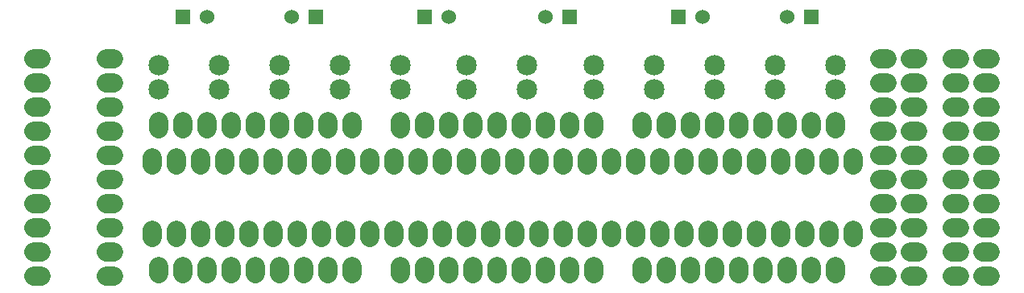
<source format=gbr>
G04 start of page 6 for group -4062 idx -4062 *
G04 Title: (unknown), soldermask *
G04 Creator: pcb 20100929 *
G04 CreationDate: Mon 21 Feb 2011 05:52:53 PM GMT UTC *
G04 For: vince *
G04 Format: Gerber/RS-274X *
G04 PCB-Dimensions: 480000 150000 *
G04 PCB-Coordinate-Origin: lower left *
%MOIN*%
%FSLAX25Y25*%
%LNBACKMASK*%
%ADD13C,0.0200*%
%ADD15C,0.0600*%
%ADD20C,0.0850*%
%ADD21C,0.0800*%
G54D20*X150000Y110000D03*
Y100000D03*
X175000Y110000D03*
Y100000D03*
G54D13*G36*
X162000Y133000D02*Y127000D01*
X168000D01*
Y133000D01*
X162000D01*
G37*
G54D15*X155000Y130000D03*
G54D20*X200000Y110000D03*
Y100000D03*
G54D21*X180000Y85000D03*
X200000D03*
X170000D03*
X160000D03*
X150000D03*
X140000D03*
X130000D03*
X120000D03*
G54D15*Y130000D03*
G54D21*X110000Y85000D03*
X100000D03*
G54D13*G36*
X107000Y133000D02*Y127000D01*
X113000D01*
Y133000D01*
X107000D01*
G37*
G54D21*X50000Y112500D03*
Y102500D03*
Y92500D03*
Y82500D03*
Y72500D03*
Y62500D03*
Y52500D03*
Y42500D03*
Y32500D03*
Y22500D03*
X80000Y52500D03*
Y62500D03*
Y72500D03*
Y82500D03*
Y92500D03*
Y22500D03*
Y32500D03*
Y42500D03*
X97500Y70000D03*
X107500D03*
X117500D03*
X127500D03*
X137500D03*
X147500D03*
X157500D03*
X167500D03*
X177500D03*
X187500D03*
G54D20*X100000Y110000D03*
Y100000D03*
X125000Y110000D03*
Y100000D03*
G54D21*X80000Y102500D03*
Y112500D03*
X100000Y25000D03*
X110000D03*
X120000D03*
X130000D03*
X140000D03*
X150000D03*
X160000D03*
X157500Y40000D03*
X147500D03*
X170000Y25000D03*
X167500Y40000D03*
X180000Y25000D03*
X187500Y40000D03*
X177500D03*
X200000Y25000D03*
X137500Y40000D03*
X127500D03*
X117500D03*
X107500D03*
X97500D03*
G54D20*X227500Y110000D03*
X252500D03*
X280000D03*
X227500Y100000D03*
X252500D03*
X280000D03*
X305000D03*
X330000D03*
X355000D03*
G54D13*G36*
X267000Y133000D02*Y127000D01*
X273000D01*
Y133000D01*
X267000D01*
G37*
G54D15*X260000Y130000D03*
G54D13*G36*
X207000Y133000D02*Y127000D01*
X213000D01*
Y133000D01*
X207000D01*
G37*
G54D15*X220000Y130000D03*
G54D21*X267500Y70000D03*
X277500D03*
X287500D03*
X280000Y85000D03*
X270000D03*
X260000D03*
X250000D03*
X240000D03*
X230000D03*
X220000D03*
X210000D03*
X350000D03*
X340000D03*
X330000D03*
X320000D03*
X310000D03*
X300000D03*
X247500Y40000D03*
X237500D03*
X227500D03*
X217500D03*
X207500D03*
X197500D03*
Y70000D03*
X207500D03*
X217500D03*
X210000Y25000D03*
X220000D03*
X230000D03*
X227500Y70000D03*
X237500D03*
X247500D03*
X257500D03*
X240000Y25000D03*
X250000D03*
X260000D03*
X270000D03*
X287500Y40000D03*
X297500D03*
X280000Y25000D03*
X300000D03*
X277500Y40000D03*
X267500D03*
X257500D03*
X430000Y22500D03*
X442500D03*
X412500D03*
X430000Y32500D03*
X442500D03*
X412500D03*
X400000Y72500D03*
Y62500D03*
Y52500D03*
Y42500D03*
Y32500D03*
Y22500D03*
G54D20*X305000Y110000D03*
X330000D03*
X355000D03*
X380000D03*
G54D13*G36*
X312000Y133000D02*Y127000D01*
X318000D01*
Y133000D01*
X312000D01*
G37*
G54D15*X325000Y130000D03*
G54D20*X380000Y100000D03*
G54D21*X400000Y102500D03*
G54D13*G36*
X367000Y133000D02*Y127000D01*
X373000D01*
Y133000D01*
X367000D01*
G37*
G54D15*X360000Y130000D03*
G54D21*X430000Y102500D03*
X412500D03*
X430000Y112500D03*
X400000D03*
X412500D03*
X442500D03*
Y102500D03*
X297500Y70000D03*
X307500D03*
X317500D03*
X327500D03*
X337500D03*
X347500D03*
X357500D03*
X367500D03*
X377500D03*
X387500D03*
X430000Y42500D03*
X442500D03*
X412500D03*
Y52500D03*
Y62500D03*
Y72500D03*
X430000Y52500D03*
Y62500D03*
Y72500D03*
X442500D03*
Y62500D03*
Y52500D03*
X430000Y82500D03*
Y92500D03*
X442500D03*
Y82500D03*
X400000Y92500D03*
Y82500D03*
X412500D03*
Y92500D03*
X380000Y85000D03*
X370000D03*
X360000D03*
X387500Y40000D03*
X377500D03*
X367500D03*
X357500D03*
X347500D03*
X337500D03*
X327500D03*
X317500D03*
X307500D03*
X310000Y25000D03*
X320000D03*
X330000D03*
X340000D03*
X350000D03*
X360000D03*
X370000D03*
X380000D03*
X48500Y112500D02*X51500D01*
X48500Y102500D02*X51500D01*
X48500Y92500D02*X51500D01*
X48500Y82500D02*X51500D01*
X48500Y72500D02*X51500D01*
X48500Y62500D02*X51500D01*
X48500Y52500D02*X51500D01*
X48500Y42500D02*X51500D01*
X48500Y32500D02*X51500D01*
X78500Y62500D02*X81500D01*
X78500Y72500D02*X81500D01*
X78500Y82500D02*X81500D01*
X78500Y92500D02*X81500D01*
X78500Y102500D02*X81500D01*
X78500Y112500D02*X81500D01*
X48500Y22500D02*X51500D01*
X78500Y32500D02*X81500D01*
X78500Y42500D02*X81500D01*
X78500Y52500D02*X81500D01*
X237500Y41500D02*Y38500D01*
X227500Y41500D02*Y38500D01*
X217500Y41500D02*Y38500D01*
X207500Y41500D02*Y38500D01*
X187500Y41500D02*Y38500D01*
X197500Y41500D02*Y38500D01*
Y71500D02*Y68500D01*
X207500Y71500D02*Y68500D01*
X217500Y71500D02*Y68500D01*
X227500Y71500D02*Y68500D01*
X237500Y71500D02*Y68500D01*
X247500Y71500D02*Y68500D01*
X187500Y71500D02*Y68500D01*
X257500Y71500D02*Y68500D01*
X260000Y86500D02*Y83500D01*
X250000Y86500D02*Y83500D01*
X240000Y86500D02*Y83500D01*
X230000Y86500D02*Y83500D01*
X220000Y86500D02*Y83500D01*
X210000Y86500D02*Y83500D01*
X200000Y86500D02*Y83500D01*
Y26500D02*Y23500D01*
X210000Y26500D02*Y23500D01*
X220000Y26500D02*Y23500D01*
X230000Y26500D02*Y23500D01*
X398500Y72500D02*X401500D01*
X398500Y62500D02*X401500D01*
X398500Y52500D02*X401500D01*
X398500Y42500D02*X401500D01*
X387500Y41500D02*Y38500D01*
X398500Y32500D02*X401500D01*
X398500Y22500D02*X401500D01*
X377500Y41500D02*Y38500D01*
X367500Y41500D02*Y38500D01*
X357500Y41500D02*Y38500D01*
X317500Y71500D02*Y68500D01*
X327500Y71500D02*Y68500D01*
X337500Y71500D02*Y68500D01*
X347500Y71500D02*Y68500D01*
X357500Y71500D02*Y68500D01*
X367500Y71500D02*Y68500D01*
X377500Y71500D02*Y68500D01*
X347500Y41500D02*Y38500D01*
X337500Y41500D02*Y38500D01*
X327500Y41500D02*Y38500D01*
X317500Y41500D02*Y38500D01*
X320000Y26500D02*Y23500D01*
X330000Y26500D02*Y23500D01*
X340000Y26500D02*Y23500D01*
X350000Y26500D02*Y23500D01*
X360000Y26500D02*Y23500D01*
X370000Y26500D02*Y23500D01*
X380000Y26500D02*Y23500D01*
X387500Y71500D02*Y68500D01*
X380000Y86500D02*Y83500D01*
X370000Y86500D02*Y83500D01*
X360000Y86500D02*Y83500D01*
X350000Y86500D02*Y83500D01*
X340000Y86500D02*Y83500D01*
X330000Y86500D02*Y83500D01*
X320000Y86500D02*Y83500D01*
X78500Y22500D02*X81500D01*
X100000Y26500D02*Y23500D01*
X110000Y26500D02*Y23500D01*
X120000Y26500D02*Y23500D01*
X180000Y86500D02*Y83500D01*
X170000Y86500D02*Y83500D01*
X160000Y86500D02*Y83500D01*
X150000Y86500D02*Y83500D01*
Y26500D02*Y23500D01*
X160000Y26500D02*Y23500D01*
X170000Y26500D02*Y23500D01*
X180000Y26500D02*Y23500D01*
X177500Y41500D02*Y38500D01*
X167500Y41500D02*Y38500D01*
X157500Y41500D02*Y38500D01*
X147500Y41500D02*Y38500D01*
X130000Y26500D02*Y23500D01*
X140000Y26500D02*Y23500D01*
X137500Y41500D02*Y38500D01*
X127500Y41500D02*Y38500D01*
X117500Y41500D02*Y38500D01*
X107500Y41500D02*Y38500D01*
X97500Y41500D02*Y38500D01*
X140000Y86500D02*Y83500D01*
X130000Y86500D02*Y83500D01*
X120000Y86500D02*Y83500D01*
X110000Y86500D02*Y83500D01*
X100000Y86500D02*Y83500D01*
X97500Y71500D02*Y68500D01*
X107500Y71500D02*Y68500D01*
X117500Y71500D02*Y68500D01*
X127500Y71500D02*Y68500D01*
X137500Y71500D02*Y68500D01*
X147500Y71500D02*Y68500D01*
X157500Y71500D02*Y68500D01*
X167500Y71500D02*Y68500D01*
X177500Y71500D02*Y68500D01*
X428500Y22500D02*X431500D01*
X428500Y32500D02*X431500D01*
X411000Y22500D02*X414000D01*
X411000Y32500D02*X414000D01*
X428500Y62500D02*X431500D01*
X428500Y72500D02*X431500D01*
X428500Y82500D02*X431500D01*
X428500Y92500D02*X431500D01*
X428500Y102500D02*X431500D01*
X428500Y112500D02*X431500D01*
X398500D02*X401500D01*
X411000D02*X414000D01*
X398500Y102500D02*X401500D01*
X398500Y92500D02*X401500D01*
X398500Y82500D02*X401500D01*
X411000D02*X414000D01*
X411000Y92500D02*X414000D01*
X411000Y102500D02*X414000D01*
X441000Y112500D02*X444000D01*
X441000Y102500D02*X444000D01*
X441000Y92500D02*X444000D01*
X441000Y82500D02*X444000D01*
X441000Y72500D02*X444000D01*
X441000Y62500D02*X444000D01*
X441000Y52500D02*X444000D01*
X441000Y42500D02*X444000D01*
X441000Y32500D02*X444000D01*
X441000Y22500D02*X444000D01*
X428500Y42500D02*X431500D01*
X428500Y52500D02*X431500D01*
X411000Y42500D02*X414000D01*
X411000Y52500D02*X414000D01*
X411000Y62500D02*X414000D01*
X411000Y72500D02*X414000D01*
X267500Y41500D02*Y38500D01*
X257500Y41500D02*Y38500D01*
X287500Y41500D02*Y38500D01*
X277500Y41500D02*Y38500D01*
X247500Y41500D02*Y38500D01*
X307500Y41500D02*Y38500D01*
X297500Y41500D02*Y38500D01*
X267500Y71500D02*Y68500D01*
X277500Y71500D02*Y68500D01*
X287500Y71500D02*Y68500D01*
X297500Y71500D02*Y68500D01*
X307500Y71500D02*Y68500D01*
X280000Y86500D02*Y83500D01*
X270000Y86500D02*Y83500D01*
X310000Y86500D02*Y83500D01*
X300000Y86500D02*Y83500D01*
X240000Y26500D02*Y23500D01*
X250000Y26500D02*Y23500D01*
X260000Y26500D02*Y23500D01*
X270000Y26500D02*Y23500D01*
X280000Y26500D02*Y23500D01*
X300000Y26500D02*Y23500D01*
X310000Y26500D02*Y23500D01*
M02*

</source>
